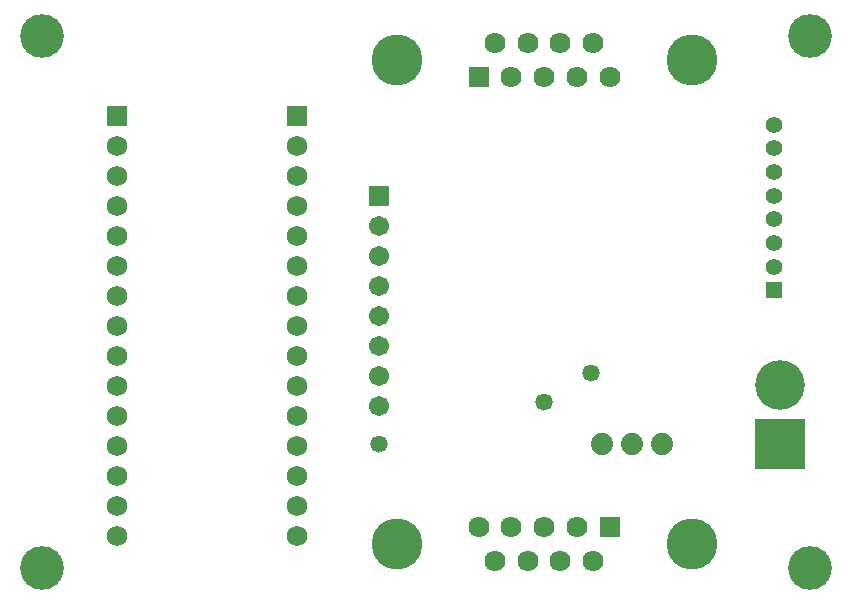
<source format=gbs>
G04*
G04 #@! TF.GenerationSoftware,Altium Limited,Altium Designer,22.8.2 (66)*
G04*
G04 Layer_Color=16711935*
%FSLAX42Y42*%
%MOMM*%
G71*
G04*
G04 #@! TF.SameCoordinates,73A1F774-0F22-46A5-B85E-6585DDB94E85*
G04*
G04*
G04 #@! TF.FilePolarity,Negative*
G04*
G01*
G75*
%ADD18R,1.71X1.71*%
%ADD19C,1.71*%
%ADD20C,4.32*%
%ADD21R,1.78X1.78*%
%ADD22C,1.78*%
%ADD23R,1.41X1.41*%
%ADD24C,1.41*%
%ADD25C,3.70*%
%ADD26C,1.88*%
%ADD27C,1.73*%
%ADD28R,1.73X1.73*%
%ADD29C,4.20*%
%ADD30R,4.20X4.20*%
%ADD31C,1.47*%
D18*
X3100Y3398D02*
D03*
D19*
Y3144D02*
D03*
Y2890D02*
D03*
Y2636D02*
D03*
Y2382D02*
D03*
Y2128D02*
D03*
Y1874D02*
D03*
Y1620D02*
D03*
D20*
X5749Y450D02*
D03*
X3251D02*
D03*
Y4550D02*
D03*
X5749D02*
D03*
D21*
X5054Y592D02*
D03*
X3946Y4408D02*
D03*
D22*
X4915Y308D02*
D03*
X4777Y592D02*
D03*
X4638Y308D02*
D03*
X4500Y592D02*
D03*
X4362Y308D02*
D03*
X4223Y592D02*
D03*
X4085Y308D02*
D03*
X3946Y592D02*
D03*
X4085Y4692D02*
D03*
X4223Y4408D02*
D03*
X4362Y4692D02*
D03*
X4500Y4408D02*
D03*
X4638Y4692D02*
D03*
X4777Y4408D02*
D03*
X4915Y4692D02*
D03*
X5054Y4408D02*
D03*
D23*
X6450Y2600D02*
D03*
D24*
Y2800D02*
D03*
Y3000D02*
D03*
Y3200D02*
D03*
Y3400D02*
D03*
Y4000D02*
D03*
Y3600D02*
D03*
Y3800D02*
D03*
D25*
X6750Y4750D02*
D03*
Y250D02*
D03*
X250D02*
D03*
Y4750D02*
D03*
D26*
X5500Y1300D02*
D03*
X4992D02*
D03*
X5246D02*
D03*
D27*
X888Y516D02*
D03*
Y770D02*
D03*
Y1023D02*
D03*
Y1277D02*
D03*
Y1531D02*
D03*
Y1785D02*
D03*
Y2040D02*
D03*
Y2293D02*
D03*
Y2548D02*
D03*
Y2801D02*
D03*
Y3056D02*
D03*
Y3310D02*
D03*
Y3563D02*
D03*
Y3817D02*
D03*
X2412Y516D02*
D03*
Y770D02*
D03*
Y1023D02*
D03*
Y1277D02*
D03*
Y1531D02*
D03*
Y1785D02*
D03*
Y2040D02*
D03*
Y2293D02*
D03*
Y2548D02*
D03*
Y2801D02*
D03*
Y3056D02*
D03*
Y3310D02*
D03*
Y3563D02*
D03*
Y3817D02*
D03*
D28*
X888Y4072D02*
D03*
X2412D02*
D03*
D29*
X6500Y1800D02*
D03*
D30*
Y1300D02*
D03*
D31*
X4900Y1900D02*
D03*
X4500Y1650D02*
D03*
X3100Y1300D02*
D03*
M02*

</source>
